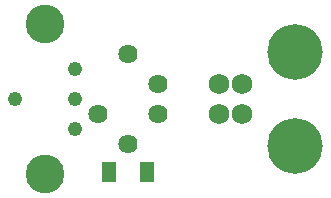
<source format=gbr>
G04 #@! TF.FileFunction,Soldermask,Top*
%FSLAX46Y46*%
G04 Gerber Fmt 4.6, Leading zero omitted, Abs format (unit mm)*
G04 Created by KiCad (PCBNEW 4.0.7) date Thu May  3 20:42:55 2018*
%MOMM*%
%LPD*%
G01*
G04 APERTURE LIST*
%ADD10C,0.100000*%
%ADD11C,1.244600*%
%ADD12C,3.276600*%
%ADD13C,1.625600*%
%ADD14C,4.701600*%
%ADD15C,1.752600*%
%ADD16R,1.301600X1.701600*%
G04 APERTURE END LIST*
D10*
D11*
X134620000Y-104140000D03*
X134620000Y-99060000D03*
X134620000Y-101600000D03*
D12*
X132080000Y-107950000D03*
X132080000Y-95250000D03*
D11*
X129540000Y-101600000D03*
D13*
X139065000Y-105410000D03*
X141605000Y-102870000D03*
X141605000Y-100330000D03*
X139065000Y-97790000D03*
D14*
X153250000Y-105600000D03*
X153250000Y-97600000D03*
D15*
X146760000Y-100350000D03*
X148760000Y-100350000D03*
X146760000Y-102850000D03*
X148760000Y-102850000D03*
D16*
X137465000Y-107823000D03*
X140665000Y-107823000D03*
D13*
X136525000Y-102870000D03*
M02*

</source>
